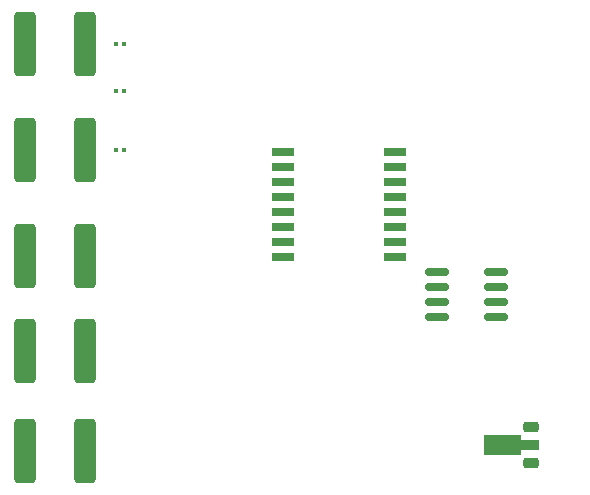
<source format=gbp>
%TF.GenerationSoftware,KiCad,Pcbnew,9.0.4*%
%TF.CreationDate,2025-11-16T22:43:31-07:00*%
%TF.ProjectId,Nixie Clock ECE5930,4e697869-6520-4436-9c6f-636b20454345,rev?*%
%TF.SameCoordinates,Original*%
%TF.FileFunction,Paste,Bot*%
%TF.FilePolarity,Positive*%
%FSLAX46Y46*%
G04 Gerber Fmt 4.6, Leading zero omitted, Abs format (unit mm)*
G04 Created by KiCad (PCBNEW 9.0.4) date 2025-11-16 22:43:31*
%MOMM*%
%LPD*%
G01*
G04 APERTURE LIST*
G04 Aperture macros list*
%AMRoundRect*
0 Rectangle with rounded corners*
0 $1 Rounding radius*
0 $2 $3 $4 $5 $6 $7 $8 $9 X,Y pos of 4 corners*
0 Add a 4 corners polygon primitive as box body*
4,1,4,$2,$3,$4,$5,$6,$7,$8,$9,$2,$3,0*
0 Add four circle primitives for the rounded corners*
1,1,$1+$1,$2,$3*
1,1,$1+$1,$4,$5*
1,1,$1+$1,$6,$7*
1,1,$1+$1,$8,$9*
0 Add four rect primitives between the rounded corners*
20,1,$1+$1,$2,$3,$4,$5,0*
20,1,$1+$1,$4,$5,$6,$7,0*
20,1,$1+$1,$6,$7,$8,$9,0*
20,1,$1+$1,$8,$9,$2,$3,0*%
%AMFreePoly0*
4,1,9,3.862500,-0.866500,0.737500,-0.866500,0.737500,-0.450000,-0.737500,-0.450000,-0.737500,0.450000,0.737500,0.450000,0.737500,0.866500,3.862500,0.866500,3.862500,-0.866500,3.862500,-0.866500,$1*%
G04 Aperture macros list end*
%ADD10RoundRect,0.250000X0.650000X2.450000X-0.650000X2.450000X-0.650000X-2.450000X0.650000X-2.450000X0*%
%ADD11R,1.925000X0.650000*%
%ADD12RoundRect,0.250000X-0.650000X-2.450000X0.650000X-2.450000X0.650000X2.450000X-0.650000X2.450000X0*%
%ADD13RoundRect,0.079500X-0.079500X-0.100500X0.079500X-0.100500X0.079500X0.100500X-0.079500X0.100500X0*%
%ADD14RoundRect,0.225000X0.425000X0.225000X-0.425000X0.225000X-0.425000X-0.225000X0.425000X-0.225000X0*%
%ADD15FreePoly0,180.000000*%
%ADD16RoundRect,0.150000X-0.825000X-0.150000X0.825000X-0.150000X0.825000X0.150000X-0.825000X0.150000X0*%
G04 APERTURE END LIST*
D10*
%TO.C,C2*%
X61050000Y-45000000D03*
X55950000Y-45000000D03*
%TD*%
D11*
%TO.C,U5*%
X87262000Y-36195000D03*
X87262000Y-37465000D03*
X87262000Y-38735000D03*
X87262000Y-40005000D03*
X87262000Y-41275000D03*
X87262000Y-42545000D03*
X87262000Y-43815000D03*
X87262000Y-45085000D03*
X77838000Y-45085000D03*
X77838000Y-43815000D03*
X77838000Y-42545000D03*
X77838000Y-41275000D03*
X77838000Y-40005000D03*
X77838000Y-38735000D03*
X77838000Y-37465000D03*
X77838000Y-36195000D03*
%TD*%
D12*
%TO.C,C3*%
X55950000Y-53000000D03*
X61050000Y-53000000D03*
%TD*%
%TO.C,C4*%
X55950000Y-36000000D03*
X61050000Y-36000000D03*
%TD*%
D13*
%TO.C,R1*%
X63655000Y-27000000D03*
X64345000Y-27000000D03*
%TD*%
%TO.C,R3*%
X63655000Y-31000000D03*
X64345000Y-31000000D03*
%TD*%
D12*
%TO.C,C5*%
X55950000Y-27000000D03*
X61050000Y-27000000D03*
%TD*%
D14*
%TO.C,U6*%
X98851000Y-59460000D03*
D15*
X98763500Y-60960000D03*
D14*
X98851000Y-62460000D03*
%TD*%
D12*
%TO.C,C1*%
X55950000Y-61500000D03*
X61050000Y-61500000D03*
%TD*%
D16*
%TO.C,U4*%
X90870000Y-50165000D03*
X90870000Y-48895000D03*
X90870000Y-47625000D03*
X90870000Y-46355000D03*
X95820000Y-46355000D03*
X95820000Y-47625000D03*
X95820000Y-48895000D03*
X95820000Y-50165000D03*
%TD*%
D13*
%TO.C,R2*%
X63655000Y-36000000D03*
X64345000Y-36000000D03*
%TD*%
M02*

</source>
